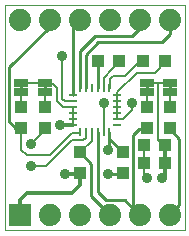
<source format=gtl>
G75*
%MOIN*%
%OFA0B0*%
%FSLAX24Y24*%
%IPPOS*%
%LPD*%
%AMOC8*
5,1,8,0,0,1.08239X$1,22.5*
%
%ADD10C,0.0010*%
%ADD11R,0.0114X0.0276*%
%ADD12R,0.0276X0.0114*%
%ADD13R,0.0433X0.0394*%
%ADD14R,0.0394X0.0433*%
%ADD15R,0.0500X0.0250*%
%ADD16C,0.0100*%
%ADD17R,0.0740X0.0740*%
%ADD18C,0.0740*%
%ADD19C,0.0080*%
%ADD20C,0.0120*%
%ADD21C,0.0350*%
D10*
X000225Y000180D02*
X000225Y007680D01*
X006225Y007680D01*
X006225Y000180D01*
X000225Y000180D01*
D11*
X002733Y003442D03*
X002930Y003442D03*
X003127Y003442D03*
X003323Y003442D03*
X003520Y003442D03*
X003717Y003442D03*
X003717Y004918D03*
X003520Y004918D03*
X003323Y004918D03*
X003127Y004918D03*
X002930Y004918D03*
X002733Y004918D03*
D12*
X002487Y004672D03*
X002487Y004475D03*
X002487Y004278D03*
X002487Y004082D03*
X002487Y003885D03*
X002487Y003688D03*
X003963Y003688D03*
X003963Y003885D03*
X003963Y004082D03*
X003963Y004278D03*
X003963Y004475D03*
X003963Y004672D03*
D13*
X004029Y005805D03*
X003321Y005805D03*
X004846Y005805D03*
X005554Y005805D03*
X005579Y003005D03*
X005579Y002430D03*
X004871Y002430D03*
X004871Y003005D03*
D14*
X004975Y003576D03*
X004975Y004284D03*
X005725Y004284D03*
X005725Y003576D03*
X004163Y002784D03*
X004163Y002076D03*
X002725Y002076D03*
X002725Y002784D03*
X001575Y003576D03*
X001575Y004284D03*
X000775Y004284D03*
X000775Y003576D03*
D15*
X000775Y004772D03*
X000775Y005092D03*
X001575Y005092D03*
X001575Y004772D03*
X004975Y004772D03*
X004975Y005092D03*
X005725Y005092D03*
X005725Y004772D03*
D16*
X005725Y004780D02*
X005725Y005080D01*
X004975Y005080D02*
X004975Y004780D01*
X004975Y003576D02*
X004945Y003545D01*
X004715Y003545D01*
X004518Y003348D01*
X004518Y000888D01*
X004725Y000680D01*
X004518Y000888D02*
X004225Y001180D01*
X003600Y001180D01*
X003323Y001457D01*
X003323Y003442D01*
X003717Y003442D02*
X003717Y003230D01*
X004163Y002784D01*
X003717Y002922D02*
X003663Y002868D01*
X003717Y002922D02*
X003717Y003230D01*
X003100Y002390D02*
X002725Y002784D01*
X003100Y002390D02*
X003100Y001305D01*
X003725Y000680D01*
X003663Y002055D02*
X004142Y002055D01*
X004163Y002076D01*
X005725Y000680D02*
X006050Y001005D01*
X006050Y003230D01*
X005725Y003555D01*
X005725Y003576D01*
X003323Y004918D02*
X003321Y004918D01*
X003321Y005805D01*
X002930Y006035D02*
X003350Y006455D01*
X005475Y006455D01*
X005725Y006705D01*
X005725Y007180D01*
X004725Y007180D02*
X004725Y006905D01*
X004475Y006655D01*
X003225Y006655D01*
X002733Y006163D01*
X002733Y004918D01*
X002930Y004918D02*
X002930Y006035D01*
X002487Y006942D02*
X002725Y007180D01*
X002487Y006942D02*
X002487Y004672D01*
X001575Y004780D02*
X001575Y005080D01*
X000775Y005080D02*
X000775Y004780D01*
X000375Y005605D02*
X001725Y006955D01*
X001725Y007180D01*
X000375Y005605D02*
X000375Y003805D01*
X000585Y003595D01*
D17*
X000725Y000680D03*
D18*
X001725Y000680D03*
X002725Y000680D03*
X003725Y000680D03*
X004725Y000680D03*
X005725Y000680D03*
X005725Y007180D03*
X004725Y007180D03*
X003725Y007180D03*
X002725Y007180D03*
X001725Y007180D03*
X000725Y007180D03*
D19*
X002150Y005980D02*
X002150Y004555D01*
X002230Y004475D01*
X002487Y004475D01*
X002487Y004278D02*
X002177Y004278D01*
X001963Y004493D01*
X001963Y004930D01*
X001838Y005055D01*
X001512Y005055D01*
X001575Y005092D01*
X000775Y005092D01*
X000775Y004772D02*
X000775Y004284D01*
X000775Y003576D02*
X000585Y003595D01*
X000775Y003576D02*
X000775Y002860D01*
X000975Y002680D01*
X001725Y002680D01*
X002475Y003430D01*
X002721Y003430D01*
X002733Y003442D01*
X002930Y003442D02*
X002930Y003260D01*
X002850Y003180D01*
X002475Y003180D01*
X001600Y002305D01*
X001100Y002305D01*
X001100Y003055D02*
X001475Y003430D01*
X001575Y003576D01*
X001575Y004284D02*
X001575Y004772D01*
X002487Y004278D02*
X002487Y004082D01*
X002487Y003885D01*
X002487Y003688D01*
X003127Y003442D02*
X003127Y003166D01*
X002725Y002784D01*
X003520Y003442D02*
X003538Y003459D01*
X003538Y004430D01*
X003520Y004918D02*
X003520Y005266D01*
X004029Y005805D01*
X003825Y005330D02*
X003725Y005230D01*
X003725Y004926D01*
X003717Y004918D01*
X003975Y004780D02*
X003975Y004684D01*
X003963Y004672D01*
X003963Y004475D01*
X003963Y004278D01*
X003963Y004082D01*
X003963Y003885D01*
X004180Y003885D01*
X004475Y004180D01*
X004475Y004430D01*
X004975Y004284D02*
X004975Y004772D01*
X004975Y005092D02*
X005350Y005092D01*
X005350Y003185D01*
X005579Y003005D01*
X005560Y003095D01*
X004890Y003015D02*
X004871Y003005D01*
X004871Y002430D01*
X004871Y002034D01*
X004975Y001930D01*
X004225Y002743D02*
X004163Y002784D01*
X005725Y004284D02*
X005725Y004772D01*
X005725Y005092D02*
X005350Y005092D01*
X005225Y005430D02*
X004625Y005430D01*
X003975Y004780D01*
X003825Y005330D02*
X004250Y005330D01*
X004725Y005805D01*
X004846Y005805D01*
X005225Y005430D02*
X005685Y005890D01*
X005554Y005805D01*
D20*
X005579Y003005D02*
X005579Y002430D01*
X005580Y002035D01*
X005475Y001930D01*
X002725Y002055D02*
X002725Y002076D01*
X002725Y001680D01*
X002475Y001430D01*
X000975Y001430D01*
X000725Y001180D01*
X000725Y000680D01*
X002225Y002055D02*
X002725Y002055D01*
X002487Y003688D02*
X002083Y003688D01*
X002075Y003680D01*
D21*
X002075Y003680D03*
X001100Y003055D03*
X001100Y002305D03*
X002225Y002055D03*
X003663Y002055D03*
X003663Y002868D03*
X003538Y004430D03*
X004475Y004430D03*
X004975Y001930D03*
X005475Y001930D03*
X002150Y005980D03*
M02*

</source>
